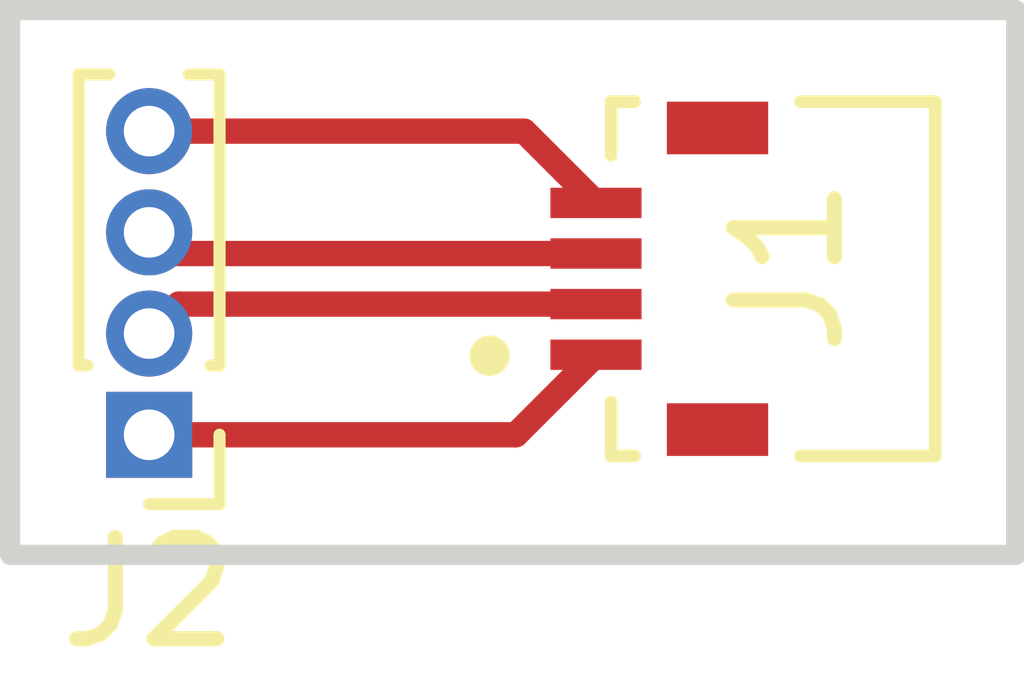
<source format=kicad_pcb>
(kicad_pcb (version 20221018) (generator pcbnew)
  (title_block (title "Watch Charger Connector") (date "2024-06-24") (rev "V1") (comment 1 "Watch POGO Pin Connector For Contact Charging RIO V1"))
  (layers (0 "F.Cu" signal) (31 "B.Cu" signal) (34 "B.Paste" user) (35 "F.Paste" user) (36 "B.SilkS" user "B.Silkscreen") (37 "F.SilkS" user "F.Silkscreen") (38 "B.Mask" user) (39 "F.Mask" user) (44 "Edge.Cuts" user))
  (net 0 "")
  (net 1 "Net-(J2-Pin_1)")
  (net 2 "Net-(J2-Pin_2)")
  (net 3 "Net-(J2-Pin_3)")
  (net 4 "Net-(J2-Pin_4)")
  (footprint "Connector:AMPHENOL_59453-042110ECHLF" (layer "F.Cu") (at 152.266731 101.666634 90)
    (fp_text reference "J1" (at 0.123993 0.699662 90) (layer "F.SilkS"))
    (fp_text value "59453-042110ECHLF" hide)
    (fp_line (start -1.75 -1.05) (end -1.22 -1.05) (stroke (width 0.127)) (layer "F.SilkS"))
    (fp_line (start -1.75 -0.82) (end -1.75 -1.05) (stroke (width 0.127)) (layer "F.SilkS"))
    (fp_line (start -1.75 2.15) (end -1.75 0.82) (stroke (width 0.127)) (layer "F.SilkS"))
    (fp_line (start 1.22 -1.05) (end 1.75 -1.05) (stroke (width 0.127)) (layer "F.SilkS"))
    (fp_line (start 1.75 -1.05) (end 1.75 -0.82) (stroke (width 0.127)) (layer "F.SilkS"))
    (fp_line (start 1.75 2.15) (end -1.75 2.15) (stroke (width 0.127)) (layer "F.SilkS"))
    (fp_line (start 1.75 2.15) (end 1.75 0.82) (stroke (width 0.127)) (layer "F.SilkS"))
    (fp_circle (center -0.76 -2.25) (end -0.66 -2.25) (stroke (width 0.2)) (fill none) (layer "F.SilkS"))
    (pad "1" smd rect (at -0.75 -1.2 90) (size 0.3 0.9) (layers "F.Cu" "F.Paste" "F.Mask") (net 1 "Net-(J2-Pin_1)"))
    (pad "2" smd rect (at -0.25 -1.2 90) (size 0.3 0.9) (layers "F.Cu" "F.Paste" "F.Mask") (net 2 "Net-(J2-Pin_2)"))
    (pad "3" smd rect (at 0.25 -1.2 90) (size 0.3 0.9) (layers "F.Cu" "F.Paste" "F.Mask") (net 3 "Net-(J2-Pin_3)"))
    (pad "4" smd rect (at 0.75 -1.2 90) (size 0.3 0.9) (layers "F.Cu" "F.Paste" "F.Mask") (net 4 "Net-(J2-Pin_4)"))
    (pad "S1" smd rect (at -1.49 0 90) (size 0.52 1) (layers "F.Cu" "F.Paste" "F.Mask"))
    (pad "S2" smd rect (at 1.49 0 90) (size 0.52 1) (layers "F.Cu" "F.Paste" "F.Mask"))
  )
  (footprint "Connector_PinHeader_1.00mm:PinHeader_1x04_P1.00mm_Vertical" (layer "F.Cu") (at 146.655633 103.207638 180)
    (fp_text reference "J2" (at 0 -1.56) (layer "F.SilkS"))
    (fp_text value "Conn_01x04_Pin" hide)
    (fp_line (start -0.695 -0.685) (end 0 -0.685) (stroke (width 0.12)) (layer "F.SilkS"))
    (fp_line (start -0.695 0) (end -0.695 -0.685) (stroke (width 0.12)) (layer "F.SilkS"))
    (fp_line (start -0.695 0.685) (end -0.695 3.56) (stroke (width 0.12)) (layer "F.SilkS"))
    (fp_line (start -0.695 0.685) (end -0.608276 0.685) (stroke (width 0.12)) (layer "F.SilkS"))
    (fp_line (start -0.695 3.56) (end -0.394493 3.56) (stroke (width 0.12)) (layer "F.SilkS"))
    (fp_line (start 0.394493 3.56) (end 0.695 3.56) (stroke (width 0.12)) (layer "F.SilkS"))
    (fp_line (start 0.608276 0.685) (end 0.695 0.685) (stroke (width 0.12)) (layer "F.SilkS"))
    (fp_line (start 0.695 0.685) (end 0.695 3.56) (stroke (width 0.12)) (layer "F.SilkS"))
    (pad "1" thru_hole rect (at 0 0 180) (size 0.85 0.85) (drill 0.5) (layers "*.Cu" "*.Mask") (net 1 "Net-(J2-Pin_1)"))
    (pad "2" thru_hole oval (at 0 1 180) (size 0.85 0.85) (drill 0.5) (layers "*.Cu" "*.Mask") (net 2 "Net-(J2-Pin_2)"))
    (pad "3" thru_hole oval (at 0 2 180) (size 0.85 0.85) (drill 0.5) (layers "*.Cu" "*.Mask") (net 3 "Net-(J2-Pin_3)"))
    (pad "4" thru_hole oval (at 0 3 180) (size 0.85 0.85) (drill 0.5) (layers "*.Cu" "*.Mask") (net 4 "Net-(J2-Pin_4)"))
  )
  (gr_rect (start 145.283253 99.012088) (end 155.215305 104.393761) (stroke (width 0.2)) (fill none) (layer "Edge.Cuts"))
  (segment (start 150.275727 103.207638) (end 151.066731 102.416634) (width 0.25) (layer "F.Cu") (net 1))
  (segment (start 146.655633 103.207638) (end 150.275727 103.207638) (width 0.25) (layer "F.Cu") (net 1))
  (segment (start 146.946637 101.916634) (end 151.066731 101.916634) (width 0.25) (layer "F.Cu") (net 2))
  (segment (start 146.655633 102.207638) (end 146.946637 101.916634) (width 0.25) (layer "F.Cu") (net 2))
  (segment (start 146.864629 101.416634) (end 151.066731 101.416634) (width 0.25) (layer "F.Cu") (net 3))
  (segment (start 146.655633 101.207638) (end 146.864629 101.416634) (width 0.25) (layer "F.Cu") (net 3))
  (segment (start 150.357735 100.207638) (end 151.066731 100.916634) (width 0.25) (layer "F.Cu") (net 4))
  (segment (start 146.655633 100.207638) (end 150.357735 100.207638) (width 0.25) (layer "F.Cu") (net 4))
)
</source>
